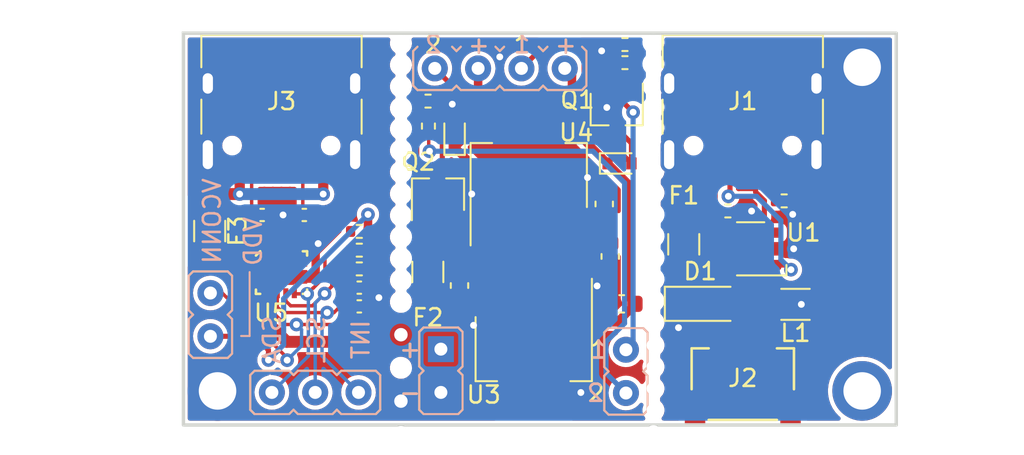
<source format=kicad_pcb>
(kicad_pcb (version 20211014) (generator pcbnew)
  (layers (0 "F.Cu" signal) (31 "B.Cu" signal) (34 "B.Paste" user) (35 "F.Paste" user) (36 "B.SilkS" user "B.Silkscreen") (37 "F.SilkS" user "F.Silkscreen") (38 "B.Mask" user) (39 "F.Mask" user) (44 "Edge.Cuts" user))
  (net 0 "")
  (net 1 "GNDPWR")
  (net 2 "VBUS")
  (net 3 "+12V")
  (net 4 "VCC")
  (net 5 "GND")
  (net 6 "D+")
  (net 7 "D-")
  (net 8 "CC1")
  (net 9 "CC2")
  (net 10 "S1")
  (net 11 "S2")
  (net 12 "S1_MOS")
  (net 13 "S2_MOS")
  (net 14 "S1_OUT")
  (net 15 "S2_OUT")
  (net 16 "VCONN")
  (net 17 "SDA")
  (net 18 "SCL")
  (net 19 "INT")
  (net 20 "VDD")
  (net 21 "VBUS_IN")
  (net 22 "V_PULLUP")
  (footprint "Diode_SMD:D_SOD-523" (layer "F.Cu") (at 45.571597 27.64602)
    (fp_text reference "D1" hide)
    (fp_text value "2.2k")
  )
  (footprint "acheron_Connectors:PinHeader_1x4_P2.54mm_Vertical" (layer "F.Cu") (at 28.996612 41.087793 90)
    (fp_text reference "J2" hide)
    (fp_text value "Conn_01x14" hide)
  )
  (footprint "Package_TO_SOT_SMD:SOT-223" (layer "F.Cu") (at 40.541743 38.517228 -90)
    (fp_text reference "U3")
    (fp_text value "C26184")
  )
  (footprint "Capacitor_SMD:C_0402_1005Metric" (layer "F.Cu") (at 30.312592 36.036998)
    (fp_text reference "C" hide)
    (fp_text value "C_0402_1005Metric")
  )
  (footprint "Fuse:Fuse_1206_3216Metric" (layer "F.Cu") (at 49.337601 32.393986 -90)
    (fp_text reference "F1")
    (fp_text value "500mA")
  )
  (footprint "Reclaimer_Labs:MLP_14" (layer "F.Cu") (at 25.752193 34.05251)
    (fp_text reference "U5")
    (fp_text value "FUSB302BMPX")
  )
  (footprint "Capacitor_SMD:C_0603_1608Metric" (layer "F.Cu") (at 45.699966 35.888436)
    (fp_text reference "C3" hide)
    (fp_text value "10uF")
  )
  (footprint "Connector_USB:USB_C_Receptacle_HRO_TYPE-C-31-M-12" (layer "F.Cu") (at 25.75 24 180)
    (fp_text reference "J3")
    (fp_text value "USB_C_Receptacle_HRO_TYPE-C-31-M-12")
  )
  (footprint "Fuse:Fuse_1206_3216Metric" (layer "F.Cu") (at 21.539528 31.616326 -90)
    (fp_text reference "F3")
    (fp_text value "Fuse_1206_3216Metric")
  )
  (footprint "Capacitor_SMD:C_0603_1608Metric" (layer "F.Cu") (at 44.674739 30.025943 -90)
    (fp_text reference "C4" hide)
    (fp_text value "10uF")
  )
  (footprint "random-keyboard-parts:breakaway-mousebites" (layer "F.Cu") (at 32.5 34.5 -90)
    (fp_text reference "REF**")
    (fp_text value "breakaway-mousebites")
  )
  (footprint "" (layer "F.Cu") (at 59.8 22)
    (fp_text reference "")
    (fp_text value "")
  )
  (footprint "Package_TO_SOT_SMD:TSOT-23" (layer "F.Cu") (at 34.906621 29.47557 90)
    (fp_text reference "Q2")
    (fp_text value "TSOT-23")
  )
  (footprint "Capacitor_SMD:C_0603_1608Metric" (layer "F.Cu") (at 45.027421 33.105761 90)
    (fp_text reference "C2" hide)
    (fp_text value "10uF")
  )
  (footprint "" (layer "F.Cu") (at 59.8 25.847628)
    (fp_text reference "")
    (fp_text value "")
  )
  (footprint "Fuse:Fuse_1206_3216Metric" (layer "F.Cu") (at 34.331274 34.014304 90)
    (fp_text reference "F2")
    (fp_text value "Fuse_1206_3216Metric")
  )
  (footprint "Resistor_SMD:R_0402_1005Metric" (layer "F.Cu") (at 45.888972 21.72821)
    (fp_text reference "R5" hide)
    (fp_text value "2.2k")
  )
  (footprint "Inductor_SMD:L_1206_3216Metric" (layer "F.Cu") (at 55.889559 35.918338)
    (fp_text reference "L1")
    (fp_text value "L_1206_3216Metric")
  )
  (footprint "Resistor_SMD:R_0402_1005Metric" (layer "F.Cu") (at 34.366538 25.45424 90)
    (fp_text reference "R6" hide)
    (fp_text value "2.2k")
  )
  (footprint "Resistor_SMD:R_0402_1005Metric" (layer "F.Cu") (at 45.888972 20.664898)
    (fp_text reference "R3" hide)
    (fp_text value "2.2k")
  )
  (footprint "" (layer "F.Cu") (at 22 41)
    (fp_text reference "")
    (fp_text value "")
  )
  (footprint "acheron_Connectors:PinHeader_1x2_P2.54mm_Vertical" (layer "F.Cu") (at 21.581603 36.524322)
    (fp_text reference "J3" hide)
    (fp_text value "Conn_01x02_Male" hide)
  )
  (footprint "acheron_Connectors:PinHeader_1x2_P2.54mm_Vertical" (layer "F.Cu") (at 45.947089 39.85295)
    (fp_text reference "J3" hide)
    (fp_text value "Conn_01x02_Male" hide)
  )
  (footprint "Resistor_SMD:R_0402_1005Metric" (layer "F.Cu") (at 30.312592 33.836998)
    (fp_text reference "R" hide)
    (fp_text value "R_0402_1005Metric")
  )
  (footprint "Package_TO_SOT_SMD:TSOT-23" (layer "F.Cu") (at 45.428718 24.459642 -90)
    (fp_text reference "Q1")
    (fp_text value "TSOT-23")
  )
  (footprint "acheron_Connectors:PinHeader_1x2_P2.54mm_Vertical" (layer "F.Cu") (at 35.096888 39.817793)
    (fp_text reference "J3" hide)
    (fp_text value "Conn_01x02_Male" hide)
  )
  (footprint "acheron_Connectors:PinHeader_1x4_P2.54mm_Vertical" (layer "F.Cu") (at 38.549985 22.066568 90)
    (fp_text reference "J3" hide)
    (fp_text value "Conn_01x02_Male" hide)
  )
  (footprint "Package_TO_SOT_SMD:SOT-223" (layer "F.Cu") (at 40.248815 28.357657 90)
    (fp_text reference "U4")
    (fp_text value "C26184")
  )
  (footprint "Capacitor_SMD:C_0402_1005Metric" (layer "F.Cu") (at 30.312592 34.936998)
    (fp_text reference "C" hide)
    (fp_text value "C_0402_1005Metric")
  )
  (footprint "Connector_USB:USB_C_Receptacle_HRO_TYPE-C-31-M-12" (layer "F.Cu") (at 52.8 24 180)
    (fp_text reference "J1")
    (fp_text value "USB_C_Receptacle_HRO_TYPE-C-31-M-12")
  )
  (footprint "Resistor_SMD:R_0402_1005Metric" (layer "F.Cu") (at 51.925892 30.436168)
    (fp_text reference "R2" hide)
    (fp_text value "5.1k")
  )
  (footprint "random-keyboard-parts:breakaway-mousebites" (layer "F.Cu") (at 47.308073 34.448204 -90)
    (fp_text reference "REF**")
    (fp_text value "breakaway-mousebites")
  )
  (footprint "Resistor_SMD:R_0402_1005Metric" (layer "F.Cu") (at 30.312592 31.636998)
    (fp_text reference "R" hide)
    (fp_text value "R_0402_1005Metric")
  )
  (footprint "marbastlib-various:SOT-23-6-routable" (layer "F.Cu") (at 53.26005 32.658296 180)
    (fp_text reference "U1")
    (fp_text value "SRV05-4")
  )
  (footprint "Resistor_SMD:R_0402_1005Metric" (layer "F.Cu") (at 34.343363 23.987492 180)
    (fp_text reference "R4" hide)
    (fp_text value "2.2k")
  )
  (footprint "Capacitor_SMD:C_0402_1005Metric" (layer "F.Cu") (at 24.616154 30.670099)
    (fp_text reference "C6" hide)
    (fp_text value "5.1k")
  )
  (footprint "Diode_SMD:D_SOD-523" (layer "F.Cu") (at 35.90011 25.998535 90)
    (fp_text reference "D2" hide)
    (fp_text value "2.2k")
  )
  (footprint "Capacitor_SMD:C_0402_1005Metric" (layer "F.Cu") (at 27.089035 30.670099 180)
    (fp_text reference "C5" hide)
    (fp_text value "5.1k")
  )
  (footprint "Diode_SMD:D_SOD-123F" (layer "F.Cu") (at 50.428731 35.887041)
    (fp_text reference "D1")
    (fp_text value "SMF9.0CA")
  )
  (footprint "random-keyboard-parts:JST-SR-4" (layer "F.Cu") (at 52.8 42.9)
    (fp_text reference "J2")
    (fp_text value "JST-SR-4")
  )
  (footprint "Resistor_SMD:R_0402_1005Metric" (layer "F.Cu") (at 55.225796 29.843697)
    (fp_text reference "R1" hide)
    (fp_text value "5.1k")
  )
  (footprint "Capacitor_SMD:C_0603_1608Metric" (layer "F.Cu") (at 36.188311 34.813473 90)
    (fp_text reference "C1" hide)
    (fp_text value "10uF")
  )
  (footprint "Resistor_SMD:R_0402_1005Metric" (layer "F.Cu") (at 30.312592 32.736998)
    (fp_text reference "R" hide)
    (fp_text value "R_0402_1005Metric")
  )
  (gr_rect (start 20 20) (end 61.8 43) (layer "Edge.Cuts") (width 0.2) (fill none))
  (segment (start 53.309684 30.436168) (end 52.435892 30.436168) (width 0.5) (layer "F.Cu") (net 1))
  (segment (start 55.727161 30.635683) (end 55.727161 29.852332) (width 0.5) (layer "F.Cu") (net 1))
  (segment (start 56.232952 35.91822) (end 57.464441 35.91822) (width 0.5) (layer "F.Cu") (net 1))
  (segment (start 55.727161 29.852332) (end 55.735796 29.843697) (width 0.5) (layer "F.Cu") (net 1))
  (segment (start 53.316179 30.442663) (end 53.309684 30.436168) (width 0.5) (layer "F.Cu") (net 1))
  (segment (start 55.78295 32.658296) (end 54.43505 32.658296) (width 0.5) (layer "F.Cu") (net 1))
  (segment (start 49.028731 37.287238) (end 49.028731 35.887041) (width 0.5) (layer "F.Cu") (net 1))
  (segment (start 57.464441 35.91822) (end 57.464559 35.918338) (width 0.5) (layer "F.Cu") (net 1))
  (via (at 55.78295 32.658296) (size 0.8) (drill 0.4) (layers "F.Cu" "B.Cu") (net 1))
  (via (at 56.232952 35.91822) (size 0.8) (drill 0.4) (layers "F.Cu" "B.Cu") (net 1))
  (via (at 49.028731 37.287238) (size 0.8) (drill 0.4) (layers "F.Cu" "B.Cu") (net 1))
  (via (at 53.316179 30.442663) (size 0.8) (drill 0.4) (layers "F.Cu" "B.Cu") (net 1))
  (via (at 55.727161 30.635683) (size 0.8) (drill 0.4) (layers "F.Cu" "B.Cu") (net 1))
  (segment (start 49.910001 30.993986) (end 49.337601 30.993986) (width 0.5) (layer "F.Cu") (net 2))
  (segment (start 23.295327 29.443007) (end 23.3 29.438334) (width 0.6) (layer "F.Cu") (net 2))
  (segment (start 50.35 29.123271) (end 50.679838 29.453109) (width 0.5) (layer "F.Cu") (net 2))
  (segment (start 50.679838 30.224149) (end 49.910001 30.993986) (width 0.5) (layer "F.Cu") (net 2))
  (segment (start 55.25 27.298098) (end 55.25 28.045) (width 0.4) (layer "F.Cu") (net 2))
  (segment (start 54.371902 26.42) (end 55.25 27.298098) (width 0.4) (layer "F.Cu") (net 2))
  (segment (start 51.185339 26.42) (end 54.371902 26.42) (width 0.4) (layer "F.Cu") (net 2))
  (segment (start 50.35 28.045) (end 50.35 29.123271) (width 0.5) (layer "F.Cu") (net 2))
  (segment (start 50.679838 30.224149) (end 50.679838 31.823109) (width 0.5) (layer "F.Cu") (net 2))
  (segment (start 50.679838 31.823109) (end 51.515025 32.658296) (width 0.5) (layer "F.Cu") (net 2))
  (segment (start 23.3 29.438334) (end 23.3 28.045) (width 0.6) (layer "F.Cu") (net 2))
  (segment (start 28.2 28.044156) (end 28.2 29.439954) (width 0.6) (layer "F.Cu") (net 2))
  (segment (start 22.312847 29.443007) (end 21.539528 30.216326) (width 0.7) (layer "F.Cu") (net 2))
  (segment (start 51.515025 32.658296) (end 52.08505 32.658296) (width 0.5) (layer "F.Cu") (net 2))
  (segment (start 50.35 27.255339) (end 51.185339 26.42) (width 0.4) (layer "F.Cu") (net 2))
  (segment (start 28.2 29.439954) (end 28.195327 29.444627) (width 0.6) (layer "F.Cu") (net 2))
  (segment (start 28.195327 28.039483) (end 28.2 28.044156) (width 0.6) (layer "F.Cu") (net 2))
  (segment (start 23.295327 29.443007) (end 22.312847 29.443007) (width 0.7) (layer "F.Cu") (net 2))
  (segment (start 50.35 28.045) (end 50.35 27.255339) (width 0.4) (layer "F.Cu") (net 2))
  (segment (start 50.679838 29.453109) (end 50.679838 30.224149) (width 0.5) (layer "F.Cu") (net 2))
  (via (at 23.295327 29.443007) (size 0.8) (drill 0.4) (layers "F.Cu" "B.Cu") (net 2))
  (via (at 28.195327 29.444627) (size 0.8) (drill 0.4) (layers "F.Cu" "B.Cu") (net 2))
  (segment (start 23.295327 29.443007) (end 23.296947 29.444627) (width 0.7) (layer "B.Cu") (net 2))
  (segment (start 23.296947 29.444627) (end 28.195327 29.444627) (width 0.7) (layer "B.Cu") (net 2))
  (segment (start 42.782173 22.488756) (end 42.359985 22.066568) (width 0.5) (layer "F.Cu") (net 3))
  (segment (start 37.279985 25.31866) (end 35.90011 26.698535) (width 0.5) (layer "F.Cu") (net 3))
  (segment (start 45.44197 36.971432) (end 46.524966 35.888436) (width 0.5) (layer "F.Cu") (net 3))
  (segment (start 46.150047 35.513517) (end 46.150047 28.92447) (width 0.5) (layer "F.Cu") (net 3))
  (segment (start 40.248815 31.04724) (end 40.359232 31.04724) (width 0.5) (layer "F.Cu") (net 3))
  (segment (start 42.782173 25.556596) (end 42.782173 22.488756) (width 0.5) (layer "F.Cu") (net 3))
  (segment (start 40.359232 31.04724) (end 41.391865 30.014607) (width 0.5) (layer "F.Cu") (net 3))
  (segment (start 35.90011 26.698535) (end 40.248815 31.04724) (width 0.5) (layer "F.Cu") (net 3))
  (segment (start 41.391865 30.014607) (end 43.838403 30.014607) (width 0.5) (layer "F.Cu") (net 3))
  (segment (start 43.838403 30.014607) (end 44.674739 30.850943) (width 0.5) (layer "F.Cu") (net 3))
  (segment (start 40.541743 35.367228) (end 40.541743 35.838024) (width 0.5) (layer "F.Cu") (net 3))
  (segment (start 41.675151 36.971432) (end 45.44197 36.971432) (width 0.5) (layer "F.Cu") (net 3))
  (segment (start 37.279985 22.066568) (end 37.279985 25.31866) (width 0.5) (layer "F.Cu") (net 3))
  (segment (start 40.541743 35.838024) (end 41.675151 36.971432) (width 0.5) (layer "F.Cu") (net 3))
  (segment (start 46.150047 28.92447) (end 42.782173 25.556596) (width 0.5) (layer "F.Cu") (net 3))
  (segment (start 46.524966 35.888436) (end 46.150047 35.513517) (width 0.5) (layer "F.Cu") (net 3))
  (segment (start 42.676589 31.835431) (end 42.548815 31.707657) (width 0.7) (layer "F.Cu") (net 4))
  (segment (start 51.3 36.415772) (end 51.828731 35.887041) (width 0.5) (layer "F.Cu") (net 4))
  (segment (start 37.63491 35.367228) (end 38.241743 35.367228) (width 0.7) (layer "F.Cu") (net 4))
  (segment (start 36.248983 33.981301) (end 37.63491 35.367228) (width 0.7) (layer "F.Cu") (net 4))
  (segment (start 45.027421 32.280761) (end 44.582091 31.835431) (width 0.7) (layer "F.Cu") (net 4))
  (segment (start 35.698271 33.981301) (end 36.248983 33.981301) (width 0.7) (layer "F.Cu") (net 4))
  (segment (start 36.509272 32.614304) (end 37.224172 33.329204) (width 0.7) (layer "F.Cu") (net 4))
  (segment (start 49.337601 33.793986) (end 49.735676 33.793986) (width 0.5) (layer "F.Cu") (net 4))
  (segment (start 49.735676 33.793986) (end 51.828731 35.887041) (width 0.5) (layer "F.Cu") (net 4))
  (segment (start 44.582091 31.835431) (end 42.676589 31.835431) (width 0.7) (layer "F.Cu") (net 4))
  (segment (start 34.331274 32.614304) (end 36.509272 32.614304) (width 0.7) (layer "F.Cu") (net 4))
  (segment (start 34.331274 32.614304) (end 35.698271 33.981301) (width 0.7) (layer "F.Cu") (net 4))
  (segment (start 51.3 38.125) (end 51.3 36.415772) (width 0.5) (layer "F.Cu") (net 4))
  (segment (start 37.224172 33.329204) (end 43.978978 33.329204) (width 0.7) (layer "F.Cu") (net 4))
  (segment (start 43.978978 33.329204) (end 45.027421 32.280761) (width 0.7) (layer "F.Cu") (net 4))
  (segment (start 27.455645 34.55251) (end 26.967193 34.55251) (width 0.2) (layer "F.Cu") (net 5))
  (segment (start 35.58453 23.987492) (end 34.853363 23.987492) (width 0.5) (layer "F.Cu") (net 5))
  (segment (start 27.507193 34.05251) (end 26.967193 34.05251) (width 0.2) (layer "F.Cu") (net 5))
  (segment (start 27.898842 34.109313) (end 27.455645 34.55251) (width 0.2) (layer "F.Cu") (net 5))
  (segment (start 31.460592 35.524945) (end 30.792592 35.524945) (width 0.5) (layer "F.Cu") (net 5))
  (segment (start 27.898842 33.660861) (end 27.507193 34.05251) (width 0.2) (layer "F.Cu") (net 5))
  (segment (start 27.900564 32.350734) (end 27.898842 32.352456) (width 0.2) (layer "F.Cu") (net 5))
  (segment (start 35.76445 24.167412) (end 35.58453 23.987492) (width 0.5) (layer "F.Cu") (net 5))
  (segment (start 26.967193 34.05251) (end 25.752193 34.05251) (width 0.2) (layer "F.Cu") (net 5))
  (segment (start 54.3 38.125) (end 54.3 35.932897) (width 0.5) (layer "F.Cu") (net 5))
  (segment (start 44.898303 20.664898) (end 45.378972 20.664898) (width 0.5) (layer "F.Cu") (net 5))
  (segment (start 30.792592 35.524945) (end 30.792592 36.036998) (width 0.5) (layer "F.Cu") (net 5))
  (segment (start 27.898842 32.352456) (end 27.898842 33.660861) (width 0.2) (layer "F.Cu") (net 5))
  (segment (start 25.096154 30.670099) (end 25.841519 30.670099) (width 0.2) (layer "F.Cu") (net 5))
  (segment (start 26.609035 30.670099) (end 25.841519 30.670099) (width 0.2) (layer "F.Cu") (net 5))
  (segment (start 26.252193 34.55251) (end 25.752193 34.05251) (width 0.2) (layer "F.Cu") (net 5))
  (segment (start 27.898842 33.660861) (end 27.898842 34.109313) (width 0.2) (layer "F.Cu") (net 5))
  (segment (start 44.52376 21.039441) (end 44.898303 20.664898) (width 0.5) (layer "F.Cu") (net 5))
  (segment (start 26.967193 34.55251) (end 26.252193 34.55251) (width 0.2) (layer "F.Cu") (net 5))
  (segment (start 30.792592 34.936998) (end 30.792592 35.524945) (width 0.5) (layer "F.Cu") (net 5))
  (via (at 27.900564 32.350734) (size 0.8) (drill 0.4) (layers "F.Cu" "B.Cu") (net 5))
  (via (at 31.460592 35.524945) (size 0.8) (drill 0.4) (layers "F.Cu" "B.Cu") (net 5))
  (via (at 25.841519 30.670099) (size 0.8) (drill 0.4) (layers "F.Cu" "B.Cu") (net 5))
  (via (at 44.827753 24.360973) (size 0.8) (drill 0.4) (layers "F.Cu" "B.Cu") (net 5))
  (via (at 37.012218 37.148765) (size 0.8) (drill 0.4) (layers "F.Cu" "B.Cu") (net 5))
  (via (at 43.694087 28.474764) (size 0.8) (drill 0.4) (layers "F.Cu" "B.Cu") (net 5))
  (via (at 44.256942 34.835003) (size 0.8) (drill 0.4) (layers "F.Cu" "B.Cu") (net 5))
  (via (at 43.305136 41.093372) (size 0.8) (drill 0.4) (layers "F.Cu" "B.Cu") (net 5))
  (via (at 35.76445 24.167412) (size 0.8) (drill 0.4) (layers "F.Cu" "B.Cu") (net 5))
  (via (at 36.906348 29.439448) (size 0.8) (drill 0.4) (layers "F.Cu" "B.Cu") (net 5))
  (via (at 38.549293 21.391339) (size 0.8) (drill 0.4) (layers "F.Cu" "B.Cu") (net 5))
  (via (at 44.52376 21.039441) (size 0.8) (drill 0.4) (layers "F.Cu" "B.Cu") (net 5))
  (segment (start 52.05 28.045) (end 52.05 26.97) (width 0.3) (layer "F.Cu") (net 6))
  (segment (start 54.43505 33.608296) (end 53.3 34.743346) (width 0.3) (layer "F.Cu") (net 6))
  (segment (start 51.953943 29.574386) (end 52.05 29.478329) (width 0.3) (layer "F.Cu") (net 6))
  (segment (start 52.05 26.97) (end 53.05 26.97) (width 0.3) (layer "F.Cu") (net 6))
  (segment (start 53.3 34.743346) (end 53.3 38.125) (width 0.3) (layer "F.Cu") (net 6))
  (segment (start 53.05 26.97) (end 53.05 28.045) (width 0.3) (layer "F.Cu") (net 6))
  (segment (start 55.625407 33.883628) (end 55.350075 33.608296) (width 0.3) (layer "F.Cu") (net 6))
  (segment (start 52.05 29.478329) (end 52.05 28.045) (width 0.3) (layer "F.Cu") (net 6))
  (segment (start 55.350075 33.608296) (end 54.43505 33.608296) (width 0.3) (layer "F.Cu") (net 6))
  (via (at 55.625407 33.883628) (size 0.8) (drill 0.4) (layers "F.Cu" "B.Cu") (net 6))
  (via (at 51.953943 29.574386) (size 0.8) (drill 0.4) (layers "F.Cu" "B.Cu") (net 6))
  (segment (start 55.03295 31.002133) (end 55.03295 33.291171) (width 0.3) (layer "B.Cu") (net 6))
  (segment (start 51.953943 29.574386) (end 53.605203 29.574386) (width 0.3) (layer "B.Cu") (net 6))
  (segment (start 53.605203 29.574386) (end 55.03295 31.002133) (width 0.3) (layer "B.Cu") (net 6))
  (segment (start 55.03295 33.291171) (end 55.625407 33.883628) (width 0.3) (layer "B.Cu") (net 6))
  (segment (start 52.08505 33.608296) (end 52.8 34.323246) (width 0.3) (layer "F.Cu") (net 7))
  (segment (start 52.55 29.019022) (end 52.55 29.12) (width 0.3) (layer "F.Cu") (net 7))
  (segment (start 52.3 37.5) (end 52.3 38.125) (width 0.3) (layer "F.Cu") (net 7))
  (segment (start 52.8 34.323246) (end 52.8 37) (width 0.3) (layer "F.Cu") (net 7))
  (segment (start 54.065679 29.837366) (end 53.55 29.321687) (width 0.3) (layer "F.Cu") (net 7))
  (segment (start 52.08505 33.608296) (end 52.467157 33.608296) (width 0.3) (layer "F.Cu") (net 7))
  (segment (start 52.55 29.12) (end 53.55 29.12) (width 0.3) (layer "F.Cu") (net 7))
  (segment (start 54.065679 30.794513) (end 54.065679 29.837366) (width 0.3) (layer "F.Cu") (net 7))
  (segment (start 52.8 37) (end 52.3 37.5) (width 0.3) (layer "F.Cu") (net 7))
  (segment (start 53.250281 32.825172) (end 53.250281 31.609911) (width 0.3) (layer "F.Cu") (net 7))
  (segment (start 53.250281 31.609911) (end 54.065679 30.794513) (width 0.3) (layer "F.Cu") (net 7))
  (segment (start 52.55 28.045) (end 52.55 29.019022) (width 0.3) (layer "F.Cu") (net 7))
  (segment (start 52.467157 33.608296) (end 53.250281 32.825172) (width 0.3) (layer "F.Cu") (net 7))
  (segment (start 53.55 29.12) (end 53.55 28.045) (width 0.3) (layer "F.Cu") (net 7))
  (segment (start 53.55 29.321687) (end 53.55 29.12) (width 0.3) (layer "F.Cu") (net 7))
  (segment (start 54.05 29.185291) (end 54.694798 29.830089) (width 0.2) (layer "F.Cu") (net 8))
  (segment (start 27.569035 30.697845) (end 27.541289 30.697845) (width 0.2) (layer "F.Cu") (net 8))
  (segment (start 26.967193 32.42085) (end 26.502193 31.95585) (width 0.2) (layer "F.Cu") (net 8))
  (segment (start 27 28.044156) (end 27 30.12881) (width 0.2) (layer "F.Cu") (net 8))
  (segment (start 26.502193 31.95585) (end 26.502193 32.83751) (width 0.2) (layer "F.Cu") (net 8))
  (segment (start 54.05 28.045) (end 54.05 29.185291) (width 0.2) (layer "F.Cu") (net 8))
  (segment (start 27.541289 30.697845) (end 26.502193 31.736941) (width 0.2) (layer "F.Cu") (net 8))
  (segment (start 27 30.12881) (end 27.569035 30.697845) (width 0.2) (layer "F.Cu") (net 8))
  (segment (start 26.967193 33.55251) (end 26.967193 32.42085) (width 0.2) (layer "F.Cu") (net 8))
  (segment (start 26.502193 31.736941) (end 26.502193 31.95585) (width 0.2) (layer "F.Cu") (net 8))
  (segment (start 26.995327 28.039483) (end 27 28.044156) (width 0.2) (layer "F.Cu") (net 8))
  (segment (start 51.229838 30.223105) (end 51.414341 30.407608) (width 0.2) (layer "F.Cu") (net 9))
  (segment (start 25.002193 31.536138) (end 25.002193 31.967063) (width 0.2) (layer "F.Cu") (net 9))
  (segment (start 24 30.533945) (end 24.136154 30.670099) (width 0.2) (layer "F.Cu") (net 9))
  (segment (start 51.05 29.045453) (end 51.229838 29.225291) (width 0.2) (layer "F.Cu") (net 9))
  (segment (start 24.537193 33.55251) (end 24.537193 32.432063) (width 0.2) (layer "F.Cu") (net 9))
  (segment (start 25.002193 31.967063) (end 25.002193 32.83751) (width 0.2) (layer "F.Cu") (net 9))
  (segment (start 24 28.044156) (end 24 30.533945) (width 0.2) (layer "F.Cu") (net 9))
  (segment (start 24.537193 32.432063) (end 25.002193 31.967063) (width 0.2) (layer "F.Cu") (net 9))
  (segment (start 23.995327 28.039483) (end 24 28.044156) (width 0.2) (layer "F.Cu") (net 9))
  (segment (start 51.05 28.045) (end 51.05 29.045453) (width 0.2) (layer "F.Cu") (net 9))
  (segment (start 51.229838 29.225291) (end 51.229838 30.223105) (width 0.2) (layer "F.Cu") (net 9))
  (segment (start 24.136154 30.670099) (end 25.002193 31.536138) (width 0.2) (layer "F.Cu") (net 9))
  (segment (start 45.378972 23.649079) (end 45.378972 21.72821) (width 0.3) (layer "F.Cu") (net 10))
  (segment (start 46.36732 24.637427) (end 45.378972 23.649079) (width 0.3) (layer "F.Cu") (net 10))
  (via (at 46.36732 24.637427) (size 0.8) (drill 0.4) (layers "F.Cu" "B.Cu") (net 10))
  (segment (start 46.36732 38.025345) (end 45.947089 38.445576) (width 0.3) (layer "B.Cu") (net 10))
  (segment (start 46.36732 24.637427) (end 46.36732 38.025345) (width 0.3) (layer "B.Cu") (net 10))
  (segment (start 34.429961 26.928886) (end 34.383176 26.882101) (width 0.2) (layer "F.Cu") (net 11))
  (segment (start 34.383176 26.882101) (end 34.383176 25.980878) (width 0.2) (layer "F.Cu") (net 11))
  (via (at 34.429961 26.928886) (size 0.8) (drill 0.4) (layers "F.Cu" "B.Cu") (net 11))
  (segment (start 44.013556 26.928886) (end 45.86732 28.78265) (width 0.3) (layer "B.Cu") (net 11))
  (segment (start 45.86732 37.032882) (end 44.7798 38.120402) (width 0.3) (layer "B.Cu") (net 11))
  (segment (start 45.86732 28.78265) (end 45.86732 37.032882) (width 0.3) (layer "B.Cu") (net 11))
  (segment (start 44.7798 38.120402) (end 44.7798 39.955661) (width 0.3) (layer "B.Cu") (net 11))
  (segment (start 44.7798 39.955661) (end 45.944093 41.119954) (width 0.3) (layer "B.Cu") (net 11))
  (segment (start 34.429961 26.928886) (end 44.013556 26.928886) (width 0.3) (layer "B.Cu") (net 11))
  (segment (start 46.398972 20.664898) (end 46.398972 23.170638) (width 0.3) (layer "F.Cu") (net 12))
  (segment (start 33.683676 25.200328) (end 33.677999 25.194651) (width 0.3) (layer "F.Cu") (net 13))
  (segment (start 34.366538 24.94424) (end 33.939764 24.94424) (width 0.3) (layer "F.Cu") (net 13))
  (segment (start 33.677999 25.194651) (end 33.677999 24.142856) (width 0.3) (layer "F.Cu") (net 13))
  (segment (start 33.679961 25.204043) (end 33.679961 30.50891) (width 0.3) (layer "F.Cu") (net 13))
  (segment (start 33.939764 24.94424) (end 33.833363 25.050641) (width 0.3) (layer "F.Cu") (net 13))
  (segment (start 33.683676 25.200328) (end 33.833363 25.050641) (width 0.3) (layer "F.Cu") (net 13))
  (segment (start 33.677999 24.142856) (end 33.833363 23.987492) (width 0.3) (layer "F.Cu") (net 13))
  (segment (start 33.683676 25.200328) (end 33.679961 25.204043) (width 0.3) (layer "F.Cu") (net 13))
  (segment (start 33.679961 30.50891) (end 33.956621 30.78557) (width 0.3) (layer "F.Cu") (net 13))
  (segment (start 43.494373 25.420268) (end 45.020125 26.94602) (width 0.3) (layer "F.Cu") (net 14))
  (segment (start 45.020125 26.94602) (end 45.571597 26.94602) (width 0.3) (layer "F.Cu") (net 14))
  (segment (start 46.271597 26.462521) (end 46.271597 27.64602) (width 0.3) (layer "F.Cu") (net 14))
  (segment (start 45.571597 26.94602) (end 46.271597 27.64602) (width 0.3) (layer "F.Cu") (net 14))
  (segment (start 42.876426 20.6475) (end 43.494373 21.265447) (width 0.3) (layer "F.Cu") (net 14))
  (segment (start 41.239053 20.6475) (end 42.876426 20.6475) (width 0.3) (layer "F.Cu") (net 14))
  (segment (start 45.578718 25.769642) (end 46.271597 26.462521) (width 0.3) (layer "F.Cu") (net 14))
  (segment (start 43.494373 21.265447) (end 43.494373 25.420268) (width 0.3) (layer "F.Cu") (net 14))
  (segment (start 39.819985 22.066568) (end 41.239053 20.6475) (width 0.3) (layer "F.Cu") (net 14))
  (segment (start 36.679985 24.006568) (end 34.739985 22.066568) (width 0.3) (layer "F.Cu") (net 15))
  (segment (start 35.179461 26.019184) (end 36.679985 24.51866) (width 0.3) (layer "F.Cu") (net 15))
  (segment (start 35.083176 27.912898) (end 35.179461 27.816613) (width 0.3) (layer "F.Cu") (net 15))
  (segment (start 35.179461 27.816613) (end 35.179461 26.019184) (width 0.3) (layer "F.Cu") (net 15))
  (segment (start 36.679985 24.51866) (end 36.679985 24.006568) (width 0.3) (layer "F.Cu") (net 15))
  (segment (start 27.257298 35.302011) (end 26.536694 35.302011) (width 0.2) (layer "F.Cu") (net 17))
  (segment (start 28.298842 34.274999) (end 28.298842 33.140748) (width 0.2) (layer "F.Cu") (net 17))
  (segment (start 27.257298 35.302011) (end 27.606799 34.95251) (width 0.2) (layer "F.Cu") (net 17))
  (segment (start 26.536694 35.302011) (end 26.502193 35.26751) (width 0.2) (layer "F.Cu") (net 17))
  (segment (start 27.606799 34.95251) (end 27.621331 34.95251) (width 0.2) (layer "F.Cu") (net 17))
  (segment (start 28.298842 33.140748) (end 29.802592 31.636998) (width 0.2) (layer "F.Cu") (net 17))
  (segment (start 27.621331 34.95251) (end 28.298842 34.274999) (width 0.2) (layer "F.Cu") (net 17))
  (via (at 27.257298 35.302011) (size 0.8) (drill 0.4) (layers "F.Cu" "B.Cu") (net 17))
  (segment (start 27.257298 35.302011) (end 27.476343 35.521056) (width 0.2) (layer "B.Cu") (net 17))
  (segment (start 27.326612 38.947793) (end 25.186612 41.087793) (width 0.2) (layer "B.Cu") (net 17))
  (segment (start 27.326612 35.670788) (end 27.326612 38.947793) (width 0.2) (layer "B.Cu") (net 17))
  (segment (start 27.476343 35.521056) (end 27.326612 35.670788) (width 0.2) (layer "B.Cu") (net 17))
  (segment (start 28.277845 35.28524) (end 27.561074 36.002011) (width 0.2) (layer "F.Cu") (net 18))
  (segment (start 28.698842 33.840748) (end 29.802592 32.736998) (width 0.2) (layer "F.Cu") (net 18))
  (segment (start 26.002193 35.717119) (end 26.002193 35.26751) (width 0.2) (layer "F.Cu") (net 18))
  (segment (start 28.698842 34.864243) (end 28.698842 33.840748) (width 0.2) (layer "F.Cu") (net 18))
  (segment (start 27.561074 36.002011) (end 26.287085 36.002011) (width 0.2) (layer "F.Cu") (net 18))
  (segment (start 26.287085 36.002011) (end 26.002193 35.717119) (width 0.2) (layer "F.Cu") (net 18))
  (segment (start 28.277845 35.28524) (end 28.698842 34.864243) (width 0.2) (layer "F.Cu") (net 18))
  (via (at 28.277845 35.28524) (size 0.8) (drill 0.4) (layers "F.Cu" "B.Cu") (net 18))
  (segment (start 28.277845 35.28524) (end 27.726612 35.836473) (width 0.2) (layer "B.Cu") (net 18))
  (segment (start 27.726612 35.836473) (end 27.726612 41.087793) (width 0.2) (layer "B.Cu") (net 18))
  (segment (start 29.098842 36.130579) (end 28.82741 36.402011) (width 0.2) (layer "F.Cu") (net 19))
  (segment (start 29.802592 33.836998) (end 29.098842 34.540748) (width 0.2) (layer "F.Cu") (net 19))
  (segment (start 25.826325 36.402011) (end 25.502193 36.077879) (width 0.2) (layer "F.Cu") (net 19))
  (segment (start 28.426112 36.402011) (end 28.82741 36.402011) (width 0.2) (layer "F.Cu") (net 19))
  (segment (start 25.502193 36.077879) (end 25.502193 35.26751) (width 0.2) (layer "F.Cu") (net 19))
  (segment (start 29.098842 34.540748) (end 29.098842 36.130579) (width 0.2) (layer "F.Cu") (net 19))
  (segment (start 28.426112 36.402011) (end 25.826325 36.402011) (width 0.2) (layer "F.Cu") (net 19))
  (via (at 28.426112 36.402011) (size 0.8) (drill 0.4) (layers "F.Cu" "B.Cu") (net 19))
  (segment (start 28.126612 38.947793) (end 30.266612 41.087793) (width 0.2) (layer "B.Cu") (net 19))
  (segment (start 28.126612 36.701511) (end 28.126612 38.947793) (width 0.2) (layer "B.Cu") (net 19))
  (segment (start 28.426112 36.402011) (end 28.126612 36.701511) (width 0.2) (layer "B.Cu") (net 19))
  (segment (start 28.965113 37.101511) (end 26.627112 37.101511) (width 0.2) (layer "F.Cu") (net 20))
  (segment (start 22.274474 35.254322) (end 21.581603 35.254322) (width 0.2) (layer "F.Cu") (net 20))
  (segment (start 24.537193 34.55251) (end 24.537193 35.678565) (width 0.2) (layer "F.Cu") (net 20))
  (segment (start 25.002193 36.143565) (end 25.002193 35.26751) (width 0.2) (layer "F.Cu") (net 20))
  (segment (start 26.080853 39.060701) (end 22.274474 35.254322) (width 0.2) (layer "F.Cu") (net 20))
  (segment (start 25.960139 37.101511) (end 25.002193 36.143565) (width 0.2) (layer "F.Cu") (net 20))
  (segment (start 26.080853 39.19396) (end 26.080853 39.060701) (width 0.2) (layer "F.Cu") (net 20))
  (segment (start 29.832592 34.936998) (end 29.832592 35.464733) (width 0.2) (layer "F.Cu") (net 20))
  (segment (start 24.537193 35.678565) (end 25.002193 36.143565) (width 0.2) (layer "F.Cu") (net 20))
  (segment (start 26.627112 37.101511) (end 25.960139 37.101511) (width 0.2) (layer "F.Cu") (net 20))
  (segment (start 29.832592 36.234032) (end 28.965113 37.101511) (width 0.2) (layer "F.Cu") (net 20))
  (segment (start 29.832592 35.464733) (end 29.832592 36.036998) (width 0.2) (layer "F.Cu") (net 20))
  (segment (start 29.832592 36.036998) (end 29.832592 36.234032) (width 0.2) (layer "F.Cu") (net 20))
  (via (at 26.080853 39.19396) (size 0.8) (drill 0.4) (layers "F.Cu" "B.Cu") (net 20))
  (via (at 26.627112 37.101511) (size 0.8) (drill 0.4) (layers "F.Cu" "B.Cu") (net 20))
  (segment (start 26.926612 38.348201) (end 26.926612 37.401011) (width 0.2) (layer "B.Cu") (net 20))
  (segment (start 26.926612 37.401011) (end 26.627112 37.101511) (width 0.2) (layer "B.Cu") (net 20))
  (segment (start 26.080853 39.19396) (end 26.926612 38.348201) (width 0.2) (layer "B.Cu") (net 20))
  (segment (start 34.331274 37.782179) (end 35.096888 38.547793) (width 1) (layer "F.Cu") (net 21))
  (segment (start 21.539528 33.016326) (end 22.575712 34.05251) (width 0.3) (layer "F.Cu") (net 21))
  (segment (start 22.575712 34.05251) (end 24.537193 34.05251) (width 0.3) (layer "F.Cu") (net 21))
  (segment (start 23.40953 35.47014) (end 26.057468 38.118078) (width 0.7) (layer "F.Cu") (net 21))
  (segment (start 21.539528 33.016326) (end 23.40953 34.886328) (width 0.7) (layer "F.Cu") (net 21))
  (segment (start 26.057468 38.118078) (end 31.917119 38.118078) (width 0.7) (layer "F.Cu") (net 21))
  (segment (start 34.331274 35.601864) (end 34.331274 37.782179) (width 1) (layer "F.Cu") (net 21))
  (segment (start 23.40953 34.886328) (end 23.40953 35.47014) (width 0.7) (layer "F.Cu") (net 21))
  (segment (start 30.822592 30.637741) (end 30.822592 31.636998) (width 0.5) (layer "F.Cu") (net 22))
  (segment (start 30.822592 31.636998) (end 30.822592 33.836998) (width 0.5) (layer "F.Cu") (net 22))
  (segment (start 24.178078 37.794322) (end 21.581603 37.794322) (width 0.3) (layer "F.Cu") (net 22))
  (segment (start 24.985553 39.184578) (end 24.985553 38.601797) (width 0.3) (layer "F.Cu") (net 22))
  (segment (start 24.985553 38.601797) (end 24.178078 37.794322) (width 0.3) (layer "F.Cu") (net 22))
  (via (at 30.822592 30.637741) (size 0.8) (drill 0.4) (layers "F.Cu" "B.Cu") (net 22))
  (via (at 24.985553 39.184578) (size 0.8) (drill 0.4) (layers "F.Cu" "B.Cu") (net 22))
  (segment (start 25.877112 38.293019) (end 25.877112 35.583221) (width 0.3) (layer "B.Cu") (net 22))
  (segment (start 25.877112 35.583221) (end 30.822592 30.637741) (width 0.3) (layer "B.Cu") (net 22))
  (segment (start 24.985553 39.184578) (end 25.877112 38.293019) (width 0.3) (layer "B.Cu") (net 22))
  (zone (net 1) (net_name "GNDPWR") (layers F&B.Cu) (connect_pads yes (clearance 0.254)) (min_thickness 0.254) (fill yes (thermal_gap 0.508) (thermal_bridge_width 0.508))
    (polygon (pts (xy 62.123708 19.292372) (xy 62.153728 43.468472) (xy 47.94924 43.407364) (xy 48.026052 19.29361)))
  )
  (zone (net 21) (net_name "VBUS_IN") (layer "F.Cu") (priority 2) (connect_pads yes (clearance 0.254)) (min_thickness 0.254) (fill yes (thermal_gap 0.508) (thermal_bridge_width 0.508))
    (polygon (pts (xy 33.331181 36.423722) (xy 33.344402 34.593512) (xy 36.182988 34.590536) (xy 36.182704 39.823792) (xy 32.749885 39.843514) (xy 32.753903 38.991652) (xy 31.429752 38.989899) (xy 31.429147 36.429428)))
  )
  (zone (net 5) (net_name "GND") (layers F&B.Cu) (connect_pads yes (clearance 0.254)) (min_thickness 0.254) (fill yes (thermal_gap 0.508) (thermal_bridge_width 0.508))
    (polygon (pts (xy 47.087136 43.411231) (xy 19.757661 43.448728) (xy 19.757661 19.354929) (xy 47.12029 19.354865)))
  )
)
</source>
